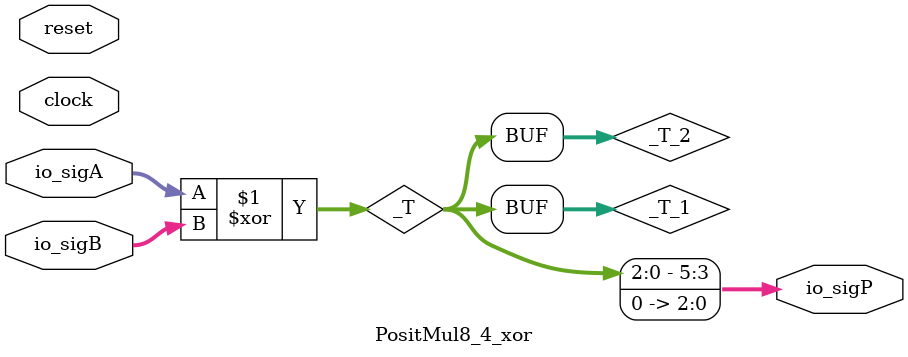
<source format=v>
module PositMul8_4_xor(
  input        clock,
  input        reset,
  input  [2:0] io_sigA,
  input  [2:0] io_sigB,
  output [5:0] io_sigP
);
  wire [2:0] _T; // @[PositMul.scala 51:23]
  wire [2:0] _T_1; // @[PositMul.scala 51:23]
  wire [2:0] _T_2; // @[Cat.scala 29:58]
  assign _T = $signed(io_sigA) ^ $signed(io_sigB); // @[PositMul.scala 51:23]
  assign _T_1 = $signed(_T); // @[PositMul.scala 51:23]
  assign _T_2 = $unsigned(_T_1); // @[Cat.scala 29:58]
  assign io_sigP = {_T_2,3'h0}; // @[PositMul.scala 51:9]
endmodule

</source>
